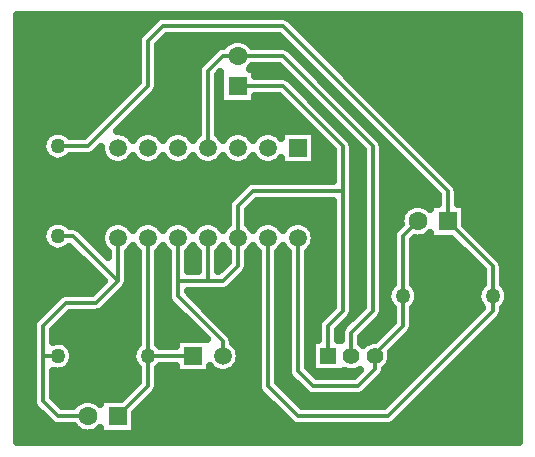
<source format=gtl>
G04 DipTrace 2.4.0.2*
%INTop.gtl*%
%MOIN*%
%ADD13C,0.013*%
%ADD14C,0.025*%
%ADD15R,0.0591X0.0591*%
%ADD16C,0.0591*%
%ADD17C,0.05*%
%ADD18C,0.05*%
%ADD19C,0.063*%
%ADD20R,0.063X0.063*%
%ADD21R,0.0551X0.0551*%
%ADD22C,0.0551*%
%FSLAX44Y44*%
G04*
G70*
G90*
G75*
G01*
%LNTop*%
%LPD*%
X10940Y6940D2*
D13*
Y7440D1*
X9440Y8940D1*
Y9440D1*
Y10877D1*
X10440D2*
Y9440D1*
X9440D1*
X14440Y6940D2*
Y7940D1*
X14940Y8440D1*
Y12440D1*
X11940D1*
X11440Y11940D1*
Y10877D1*
Y9940D1*
X10940Y9440D1*
X10440D1*
X14940Y12440D2*
Y13940D1*
X12940Y15940D1*
X11440D1*
X6440Y4940D2*
X5440D1*
X4940Y5440D1*
Y6940D1*
X5440D1*
X7440Y10877D2*
Y9440D1*
X6721Y8721D1*
X5721D1*
X4940Y7940D1*
Y6940D1*
X5440Y10940D2*
X5940D1*
X7440Y9440D1*
X8440Y6940D2*
Y10877D1*
X9940Y6940D2*
X8440D1*
Y5940D1*
X7440Y4940D1*
X16940Y8940D2*
Y10940D1*
X17440Y11440D1*
X16940Y8940D2*
Y7940D1*
X15940Y6940D1*
X16015D1*
X15227D2*
Y7727D1*
X15940Y8440D1*
Y13940D1*
X12940Y16940D1*
X11440D1*
X10940D1*
X10440Y16440D1*
Y13877D1*
X16015Y6940D2*
Y6515D1*
X15440Y5940D1*
X13940D1*
X13440Y6440D1*
Y10877D1*
X19940Y8940D2*
Y9940D1*
X18440Y11440D1*
X5440Y13940D2*
X6440D1*
X8440Y15940D1*
Y17440D1*
X8940Y17940D1*
X12940D1*
X18440Y12440D1*
Y11440D1*
X19940Y8940D2*
Y8440D1*
X16440Y4940D1*
X13440D1*
X12440Y5940D1*
Y10877D1*
X4090Y18066D2*
D14*
X8575D1*
X13305D2*
X20790D1*
X4090Y17818D2*
X8326D1*
X13554D2*
X20790D1*
X4090Y17569D2*
X8112D1*
X9060D2*
X12820D1*
X13803D2*
X20790D1*
X4090Y17320D2*
X8085D1*
X8812D2*
X10977D1*
X11903D2*
X13068D1*
X14051D2*
X20790D1*
X4090Y17072D2*
X8085D1*
X8795D2*
X10580D1*
X14300D2*
X20790D1*
X4090Y16823D2*
X8085D1*
X8795D2*
X10331D1*
X14549D2*
X20790D1*
X4090Y16574D2*
X8085D1*
X8795D2*
X10113D1*
X11915D2*
X12814D1*
X14797D2*
X20790D1*
X4090Y16325D2*
X8085D1*
X8795D2*
X10085D1*
X12045D2*
X13063D1*
X15046D2*
X20790D1*
X4090Y16077D2*
X8085D1*
X8795D2*
X10085D1*
X15295D2*
X20790D1*
X4090Y15828D2*
X7837D1*
X8775D2*
X10085D1*
X15543D2*
X20790D1*
X4090Y15579D2*
X7588D1*
X8571D2*
X10085D1*
X12045D2*
X12809D1*
X15792D2*
X20790D1*
X4090Y15331D2*
X7339D1*
X8322D2*
X10085D1*
X10795D2*
X13058D1*
X16041D2*
X20790D1*
X4090Y15082D2*
X7091D1*
X8074D2*
X10085D1*
X10795D2*
X13306D1*
X16289D2*
X20790D1*
X4090Y14833D2*
X6842D1*
X7825D2*
X10085D1*
X10795D2*
X13555D1*
X16538D2*
X20790D1*
X4090Y14585D2*
X6593D1*
X7576D2*
X10085D1*
X10795D2*
X13804D1*
X16787D2*
X20790D1*
X4090Y14336D2*
X5086D1*
X5794D2*
X6344D1*
X7787D2*
X8093D1*
X8787D2*
X9093D1*
X9787D2*
X10085D1*
X10795D2*
X11093D1*
X11787D2*
X12093D1*
X17036D2*
X20790D1*
X4090Y14087D2*
X4922D1*
X14025D2*
X14301D1*
X17284D2*
X20790D1*
X4090Y13839D2*
X4910D1*
X14025D2*
X14550D1*
X15295D2*
X15550D1*
X16295D2*
X16550D1*
X17533D2*
X20790D1*
X4090Y13590D2*
X5037D1*
X5843D2*
X6934D1*
X14025D2*
X14585D1*
X15295D2*
X15585D1*
X16295D2*
X16799D1*
X17782D2*
X20790D1*
X4090Y13341D2*
X7251D1*
X7629D2*
X8251D1*
X8629D2*
X9251D1*
X9629D2*
X10251D1*
X10629D2*
X11251D1*
X11629D2*
X12251D1*
X12629D2*
X12855D1*
X14025D2*
X14585D1*
X15295D2*
X15585D1*
X16295D2*
X17047D1*
X18030D2*
X20790D1*
X4090Y13093D2*
X14585D1*
X15295D2*
X15585D1*
X16295D2*
X17296D1*
X18279D2*
X20790D1*
X4090Y12844D2*
X14585D1*
X15295D2*
X15585D1*
X16295D2*
X17545D1*
X18528D2*
X20790D1*
X4090Y12595D2*
X11604D1*
X15295D2*
X15585D1*
X16295D2*
X17793D1*
X18756D2*
X20790D1*
X4090Y12346D2*
X11355D1*
X15295D2*
X15585D1*
X16295D2*
X18042D1*
X18795D2*
X20790D1*
X4090Y12098D2*
X11125D1*
X12089D2*
X14585D1*
X15295D2*
X15585D1*
X16295D2*
X18085D1*
X18795D2*
X20790D1*
X4090Y11849D2*
X11085D1*
X11841D2*
X14585D1*
X15295D2*
X15585D1*
X16295D2*
X17004D1*
X19045D2*
X20790D1*
X4090Y11600D2*
X11085D1*
X11795D2*
X14585D1*
X15295D2*
X15585D1*
X16295D2*
X16858D1*
X19045D2*
X20790D1*
X4090Y11352D2*
X5106D1*
X5774D2*
X7117D1*
X7763D2*
X8117D1*
X8763D2*
X9117D1*
X9763D2*
X10117D1*
X10763D2*
X11085D1*
X11795D2*
X12117D1*
X12763D2*
X13117D1*
X13763D2*
X14585D1*
X15295D2*
X15585D1*
X16295D2*
X16842D1*
X19045D2*
X20790D1*
X4090Y11103D2*
X4926D1*
X6268D2*
X6903D1*
X13977D2*
X14585D1*
X15295D2*
X15585D1*
X16295D2*
X16628D1*
X19268D2*
X20790D1*
X4090Y10854D2*
X4907D1*
X6517D2*
X6855D1*
X14025D2*
X14585D1*
X15295D2*
X15585D1*
X16295D2*
X16585D1*
X17346D2*
X18534D1*
X19517D2*
X20790D1*
X4090Y10606D2*
X5023D1*
X6766D2*
X6925D1*
X13955D2*
X14585D1*
X15295D2*
X15585D1*
X16295D2*
X16585D1*
X17295D2*
X18783D1*
X19766D2*
X20790D1*
X4090Y10357D2*
X6031D1*
X7795D2*
X8085D1*
X8795D2*
X9085D1*
X9795D2*
X10085D1*
X10795D2*
X11085D1*
X11795D2*
X12085D1*
X12795D2*
X13085D1*
X13795D2*
X14585D1*
X15295D2*
X15585D1*
X16295D2*
X16585D1*
X17295D2*
X19031D1*
X20015D2*
X20790D1*
X4090Y10108D2*
X6280D1*
X7795D2*
X8085D1*
X8795D2*
X9085D1*
X9795D2*
X10085D1*
X10795D2*
X11085D1*
X11795D2*
X12085D1*
X12795D2*
X13085D1*
X13795D2*
X14585D1*
X15295D2*
X15585D1*
X16295D2*
X16585D1*
X17295D2*
X19280D1*
X20248D2*
X20790D1*
X4090Y9860D2*
X6529D1*
X7795D2*
X8085D1*
X8795D2*
X9085D1*
X9795D2*
X10085D1*
X11785D2*
X12085D1*
X12795D2*
X13085D1*
X13795D2*
X14585D1*
X15295D2*
X15585D1*
X16295D2*
X16585D1*
X17295D2*
X19529D1*
X20295D2*
X20790D1*
X4090Y9611D2*
X6778D1*
X7795D2*
X8085D1*
X8795D2*
X9085D1*
X11602D2*
X12085D1*
X12795D2*
X13085D1*
X13795D2*
X14585D1*
X15295D2*
X15585D1*
X16295D2*
X16585D1*
X17295D2*
X19585D1*
X20295D2*
X20790D1*
X4090Y9362D2*
X6871D1*
X7786D2*
X8085D1*
X8795D2*
X9085D1*
X11354D2*
X12085D1*
X12795D2*
X13085D1*
X13795D2*
X14585D1*
X15295D2*
X15585D1*
X16295D2*
X16585D1*
X17295D2*
X19585D1*
X20295D2*
X20790D1*
X4090Y9114D2*
X6622D1*
X7605D2*
X8085D1*
X8795D2*
X9085D1*
X11012D2*
X12085D1*
X12795D2*
X13085D1*
X13795D2*
X14585D1*
X15295D2*
X15585D1*
X16295D2*
X16430D1*
X17450D2*
X19430D1*
X20450D2*
X20790D1*
X4090Y8865D2*
X5373D1*
X7356D2*
X8085D1*
X8795D2*
X9094D1*
X10007D2*
X12085D1*
X12795D2*
X13085D1*
X13795D2*
X14585D1*
X15295D2*
X15585D1*
X16295D2*
X16405D1*
X17475D2*
X19405D1*
X20475D2*
X20790D1*
X4090Y8616D2*
X5125D1*
X7108D2*
X8085D1*
X8795D2*
X9272D1*
X10255D2*
X12085D1*
X12795D2*
X13085D1*
X13795D2*
X14585D1*
X15295D2*
X15585D1*
X16295D2*
X16514D1*
X17366D2*
X19514D1*
X20366D2*
X20790D1*
X4090Y8367D2*
X4876D1*
X5859D2*
X8085D1*
X8795D2*
X9521D1*
X10504D2*
X12085D1*
X12795D2*
X13085D1*
X13795D2*
X14376D1*
X15287D2*
X15376D1*
X16287D2*
X16585D1*
X17295D2*
X19376D1*
X20287D2*
X20790D1*
X4090Y8119D2*
X4638D1*
X5610D2*
X8085D1*
X8795D2*
X9770D1*
X10753D2*
X12085D1*
X12795D2*
X13085D1*
X13795D2*
X14138D1*
X16110D2*
X16585D1*
X17295D2*
X19127D1*
X20110D2*
X20790D1*
X4090Y7870D2*
X4585D1*
X5362D2*
X8085D1*
X8795D2*
X10018D1*
X11001D2*
X12085D1*
X12795D2*
X13085D1*
X13795D2*
X14085D1*
X15862D2*
X16379D1*
X17288D2*
X18879D1*
X19862D2*
X20790D1*
X4090Y7621D2*
X4585D1*
X5295D2*
X8085D1*
X8795D2*
X10267D1*
X11241D2*
X12085D1*
X12795D2*
X13085D1*
X13795D2*
X14085D1*
X14795D2*
X14873D1*
X15613D2*
X16130D1*
X17113D2*
X18630D1*
X19613D2*
X20790D1*
X4090Y7373D2*
X4585D1*
X5744D2*
X8085D1*
X8795D2*
X9355D1*
X11321D2*
X12085D1*
X12795D2*
X13085D1*
X13795D2*
X13874D1*
X15582D2*
X15666D1*
X16864D2*
X18381D1*
X19364D2*
X20790D1*
X4090Y7124D2*
X4585D1*
X5946D2*
X7934D1*
X11494D2*
X12085D1*
X12795D2*
X13085D1*
X13795D2*
X13874D1*
X16616D2*
X18133D1*
X19116D2*
X20790D1*
X4090Y6875D2*
X4585D1*
X5976D2*
X7904D1*
X11521D2*
X12085D1*
X12795D2*
X13085D1*
X13795D2*
X13874D1*
X16577D2*
X17884D1*
X18867D2*
X20790D1*
X4090Y6627D2*
X4585D1*
X5874D2*
X8006D1*
X11430D2*
X12085D1*
X12795D2*
X13085D1*
X13795D2*
X13874D1*
X16480D2*
X17635D1*
X18618D2*
X20790D1*
X4090Y6378D2*
X4585D1*
X5295D2*
X8085D1*
X8795D2*
X12085D1*
X12795D2*
X13091D1*
X13994D2*
X15386D1*
X16340D2*
X17386D1*
X18370D2*
X20790D1*
X4090Y6129D2*
X4585D1*
X5295D2*
X8085D1*
X8795D2*
X12085D1*
X12795D2*
X13259D1*
X16121D2*
X17138D1*
X18121D2*
X20790D1*
X4090Y5881D2*
X4585D1*
X5295D2*
X7889D1*
X8789D2*
X12091D1*
X12991D2*
X13508D1*
X15872D2*
X16889D1*
X17872D2*
X20790D1*
X4090Y5632D2*
X4585D1*
X5295D2*
X7640D1*
X8623D2*
X12257D1*
X13240D2*
X13797D1*
X15583D2*
X16640D1*
X17623D2*
X20790D1*
X4090Y5383D2*
X4590D1*
X5488D2*
X6041D1*
X8375D2*
X12505D1*
X13488D2*
X16392D1*
X17375D2*
X20790D1*
X4090Y5135D2*
X4754D1*
X8126D2*
X12754D1*
X17126D2*
X20790D1*
X4090Y4886D2*
X5003D1*
X8045D2*
X13003D1*
X16877D2*
X20790D1*
X4090Y4637D2*
X5284D1*
X8045D2*
X13284D1*
X16596D2*
X20790D1*
X4090Y4388D2*
X6236D1*
X6644D2*
X6835D1*
X8045D2*
X20790D1*
X4090Y4140D2*
X20790D1*
X9505Y7500D2*
X10413D1*
X9189Y8726D1*
X9146Y8790D1*
X9119Y8863D1*
X9110Y8940D1*
Y8943D1*
Y10424D1*
X9044Y10481D1*
X8987Y10548D1*
X8940Y10624D1*
X8893Y10548D1*
X8836Y10481D1*
X8770Y10424D1*
Y7335D1*
X8835Y7270D1*
X9380D1*
Y7500D1*
X9505D1*
X10500Y6593D2*
Y6380D1*
X9380D1*
Y6610D1*
X8835D1*
X8774Y6548D1*
X8770Y6545D1*
X8769Y5914D1*
X8754Y5838D1*
X8721Y5768D1*
X8673Y5707D1*
X8671Y5704D1*
X8020Y5053D1*
Y4360D1*
X6860D1*
Y4540D1*
X6781Y4471D1*
X6703Y4423D1*
X6619Y4388D1*
X6531Y4367D1*
X6440Y4360D1*
X6349Y4367D1*
X6261Y4388D1*
X6177Y4423D1*
X6099Y4471D1*
X6030Y4530D1*
X5971Y4599D1*
X5963Y4610D1*
X5414Y4611D1*
X5338Y4626D1*
X5268Y4659D1*
X5207Y4707D1*
X5204Y4709D1*
X4689Y5226D1*
X4646Y5290D1*
X4619Y5363D1*
X4610Y5440D1*
Y5443D1*
X4611Y7966D1*
X4626Y8042D1*
X4659Y8112D1*
X4707Y8173D1*
X4709Y8176D1*
X5507Y8972D1*
X5572Y9015D1*
X5644Y9042D1*
X5721Y9051D1*
X5725D1*
X6585D1*
X6973Y9440D1*
X5820Y10593D1*
X5774Y10548D1*
X5709Y10501D1*
X5637Y10464D1*
X5560Y10439D1*
X5480Y10427D1*
X5400D1*
X5320Y10439D1*
X5243Y10464D1*
X5171Y10501D1*
X5106Y10548D1*
X5048Y10606D1*
X5001Y10671D1*
X4964Y10743D1*
X4939Y10820D1*
X4927Y10900D1*
Y10980D1*
X4939Y11060D1*
X4964Y11137D1*
X5001Y11209D1*
X5048Y11274D1*
X5106Y11332D1*
X5171Y11379D1*
X5243Y11416D1*
X5320Y11441D1*
X5400Y11453D1*
X5480D1*
X5560Y11441D1*
X5637Y11416D1*
X5709Y11379D1*
X5774Y11332D1*
X5835Y11270D1*
X5966Y11269D1*
X6042Y11254D1*
X6112Y11221D1*
X6173Y11173D1*
X6176Y11171D1*
X7110Y10237D1*
Y10424D1*
X7044Y10481D1*
X6987Y10548D1*
X6941Y10623D1*
X6907Y10704D1*
X6887Y10789D1*
X6880Y10877D1*
X6887Y10965D1*
X6907Y11050D1*
X6941Y11131D1*
X6987Y11206D1*
X7044Y11273D1*
X7111Y11330D1*
X7186Y11376D1*
X7267Y11410D1*
X7352Y11430D1*
X7440Y11437D1*
X7528Y11430D1*
X7613Y11410D1*
X7694Y11376D1*
X7769Y11330D1*
X7836Y11273D1*
X7893Y11206D1*
X7940Y11130D1*
X7987Y11206D1*
X8044Y11273D1*
X8111Y11330D1*
X8186Y11376D1*
X8267Y11410D1*
X8352Y11430D1*
X8440Y11437D1*
X8528Y11430D1*
X8613Y11410D1*
X8694Y11376D1*
X8769Y11330D1*
X8836Y11273D1*
X8893Y11206D1*
X8940Y11130D1*
X8987Y11206D1*
X9044Y11273D1*
X9111Y11330D1*
X9186Y11376D1*
X9267Y11410D1*
X9352Y11430D1*
X9440Y11437D1*
X9528Y11430D1*
X9613Y11410D1*
X9694Y11376D1*
X9769Y11330D1*
X9836Y11273D1*
X9893Y11206D1*
X9940Y11130D1*
X9987Y11206D1*
X10044Y11273D1*
X10111Y11330D1*
X10186Y11376D1*
X10267Y11410D1*
X10352Y11430D1*
X10440Y11437D1*
X10528Y11430D1*
X10613Y11410D1*
X10694Y11376D1*
X10769Y11330D1*
X10836Y11273D1*
X10893Y11206D1*
X10940Y11130D1*
X10987Y11206D1*
X11044Y11273D1*
X11110Y11330D1*
X11111Y11966D1*
X11126Y12042D1*
X11159Y12112D1*
X11207Y12173D1*
X11209Y12176D1*
X11726Y12691D1*
X11790Y12734D1*
X11863Y12761D1*
X11940Y12770D1*
X11943D1*
X14610D1*
Y13804D1*
X14001Y14413D1*
X14000Y13317D1*
X12880D1*
Y13530D1*
X12836Y13481D1*
X12769Y13424D1*
X12694Y13378D1*
X12613Y13344D1*
X12528Y13324D1*
X12440Y13317D1*
X12352Y13324D1*
X12267Y13344D1*
X12186Y13378D1*
X12111Y13424D1*
X12044Y13481D1*
X11987Y13548D1*
X11940Y13624D1*
X11893Y13548D1*
X11836Y13481D1*
X11769Y13424D1*
X11694Y13378D1*
X11613Y13344D1*
X11528Y13324D1*
X11440Y13317D1*
X11352Y13324D1*
X11267Y13344D1*
X11186Y13378D1*
X11111Y13424D1*
X11044Y13481D1*
X10987Y13548D1*
X10940Y13624D1*
X10893Y13548D1*
X10836Y13481D1*
X10769Y13424D1*
X10694Y13378D1*
X10613Y13344D1*
X10528Y13324D1*
X10440Y13317D1*
X10352Y13324D1*
X10267Y13344D1*
X10186Y13378D1*
X10111Y13424D1*
X10044Y13481D1*
X9987Y13548D1*
X9940Y13624D1*
X9893Y13548D1*
X9836Y13481D1*
X9769Y13424D1*
X9694Y13378D1*
X9613Y13344D1*
X9528Y13324D1*
X9440Y13317D1*
X9352Y13324D1*
X9267Y13344D1*
X9186Y13378D1*
X9111Y13424D1*
X9044Y13481D1*
X8987Y13548D1*
X8940Y13624D1*
X8893Y13548D1*
X8836Y13481D1*
X8769Y13424D1*
X8694Y13378D1*
X8613Y13344D1*
X8528Y13324D1*
X8440Y13317D1*
X8352Y13324D1*
X8267Y13344D1*
X8186Y13378D1*
X8111Y13424D1*
X8044Y13481D1*
X7987Y13548D1*
X7940Y13624D1*
X7893Y13548D1*
X7836Y13481D1*
X7769Y13424D1*
X7694Y13378D1*
X7613Y13344D1*
X7528Y13324D1*
X7440Y13317D1*
X7352Y13324D1*
X7267Y13344D1*
X7186Y13378D1*
X7111Y13424D1*
X7044Y13481D1*
X6987Y13548D1*
X6941Y13623D1*
X6907Y13704D1*
X6887Y13789D1*
X6880Y13877D1*
X6881Y13915D1*
X6654Y13689D1*
X6590Y13646D1*
X6517Y13619D1*
X6440Y13610D1*
X6437D1*
X5835D1*
X5774Y13548D1*
X5709Y13501D1*
X5637Y13464D1*
X5560Y13439D1*
X5480Y13427D1*
X5400D1*
X5320Y13439D1*
X5243Y13464D1*
X5171Y13501D1*
X5106Y13548D1*
X5048Y13606D1*
X5001Y13671D1*
X4964Y13743D1*
X4939Y13820D1*
X4927Y13900D1*
Y13980D1*
X4939Y14060D1*
X4964Y14137D1*
X5001Y14209D1*
X5048Y14274D1*
X5106Y14332D1*
X5171Y14379D1*
X5243Y14416D1*
X5320Y14441D1*
X5400Y14453D1*
X5480D1*
X5560Y14441D1*
X5637Y14416D1*
X5709Y14379D1*
X5774Y14332D1*
X5835Y14270D1*
X6304D1*
X8110Y16077D1*
X8111Y17466D1*
X8126Y17542D1*
X8159Y17612D1*
X8207Y17673D1*
X8209Y17676D1*
X8726Y18191D1*
X8790Y18234D1*
X8863Y18261D1*
X8940Y18270D1*
X8943D1*
X12966Y18269D1*
X13042Y18254D1*
X13112Y18221D1*
X13173Y18173D1*
X13176Y18171D1*
X18691Y12654D1*
X18734Y12590D1*
X18761Y12517D1*
X18770Y12440D1*
Y12437D1*
Y12020D1*
X19020D1*
Y11326D1*
X20191Y10154D1*
X20234Y10090D1*
X20261Y10017D1*
X20270Y9940D1*
Y9937D1*
Y9335D1*
X20332Y9274D1*
X20379Y9209D1*
X20416Y9137D1*
X20441Y9060D1*
X20453Y8980D1*
Y8900D1*
X20441Y8820D1*
X20416Y8743D1*
X20379Y8671D1*
X20332Y8606D1*
X20270Y8545D1*
X20269Y8414D1*
X20254Y8338D1*
X20221Y8268D1*
X20173Y8207D1*
X20171Y8204D1*
X16654Y4689D1*
X16590Y4646D1*
X16517Y4619D1*
X16440Y4610D1*
X16437D1*
X13414Y4611D1*
X13338Y4626D1*
X13268Y4659D1*
X13207Y4707D1*
X13204Y4709D1*
X12189Y5726D1*
X12146Y5790D1*
X12119Y5863D1*
X12110Y5940D1*
Y5943D1*
Y10424D1*
X12044Y10481D1*
X11987Y10548D1*
X11940Y10624D1*
X11893Y10548D1*
X11836Y10481D1*
X11770Y10424D1*
X11769Y9914D1*
X11754Y9838D1*
X11721Y9768D1*
X11673Y9707D1*
X11671Y9704D1*
X11154Y9189D1*
X11090Y9146D1*
X11017Y9119D1*
X10940Y9110D1*
X10937D1*
X9770D1*
X9850Y8997D1*
X11191Y7654D1*
X11234Y7590D1*
X11261Y7517D1*
X11270Y7440D1*
Y7437D1*
Y7393D1*
X11336Y7336D1*
X11393Y7269D1*
X11439Y7194D1*
X11473Y7113D1*
X11493Y7028D1*
X11500Y6940D1*
X11493Y6852D1*
X11473Y6767D1*
X11439Y6686D1*
X11393Y6611D1*
X11336Y6544D1*
X11269Y6487D1*
X11194Y6441D1*
X11113Y6407D1*
X11028Y6387D1*
X10940Y6380D1*
X10852Y6387D1*
X10767Y6407D1*
X10686Y6441D1*
X10611Y6487D1*
X10544Y6544D1*
X10500Y6594D1*
X13005Y14437D2*
X13976D1*
X12803Y15610D1*
X12020D1*
Y15360D1*
X10860D1*
Y16394D1*
X10770Y16303D1*
Y14330D1*
X10836Y14273D1*
X10893Y14206D1*
X10940Y14130D1*
X10987Y14206D1*
X11044Y14273D1*
X11111Y14330D1*
X11186Y14376D1*
X11267Y14410D1*
X11352Y14430D1*
X11440Y14437D1*
X11528Y14430D1*
X11613Y14410D1*
X11694Y14376D1*
X11769Y14330D1*
X11836Y14273D1*
X11893Y14206D1*
X11940Y14130D1*
X11987Y14206D1*
X12044Y14273D1*
X12111Y14330D1*
X12186Y14376D1*
X12267Y14410D1*
X12352Y14430D1*
X12440Y14437D1*
X12528Y14430D1*
X12613Y14410D1*
X12694Y14376D1*
X12769Y14330D1*
X12836Y14273D1*
X12880Y14223D1*
Y14437D1*
X13005D1*
X9940Y14130D2*
X9987Y14206D1*
X10044Y14273D1*
X10110Y14330D1*
X10111Y16466D1*
X10126Y16542D1*
X10159Y16612D1*
X10207Y16673D1*
X10209Y16676D1*
X10726Y17191D1*
X10790Y17234D1*
X10863Y17261D1*
X10940Y17270D1*
X10943D1*
X10963D1*
X11030Y17350D1*
X11099Y17409D1*
X11177Y17457D1*
X11261Y17492D1*
X11349Y17513D1*
X11440Y17520D1*
X11531Y17513D1*
X11619Y17492D1*
X11703Y17457D1*
X11781Y17409D1*
X11850Y17350D1*
X11909Y17281D1*
X11917Y17270D1*
X12966Y17269D1*
X13042Y17254D1*
X13112Y17221D1*
X13173Y17173D1*
X13176Y17171D1*
X16191Y14154D1*
X16234Y14090D1*
X16261Y14017D1*
X16270Y13940D1*
Y13937D1*
X16269Y8414D1*
X16254Y8338D1*
X16221Y8268D1*
X16173Y8207D1*
X16171Y8204D1*
X15557Y7590D1*
Y7369D1*
X15621Y7310D1*
X15697Y7377D1*
X15769Y7422D1*
X15848Y7454D1*
X15930Y7474D1*
X16014Y7481D1*
X16610Y8077D1*
Y8545D1*
X16548Y8606D1*
X16501Y8671D1*
X16464Y8743D1*
X16439Y8820D1*
X16427Y8900D1*
Y8980D1*
X16439Y9060D1*
X16464Y9137D1*
X16501Y9209D1*
X16548Y9274D1*
X16610Y9335D1*
X16611Y10966D1*
X16626Y11042D1*
X16659Y11112D1*
X16707Y11173D1*
X16709Y11176D1*
X16869Y11336D1*
X16860Y11440D1*
X16867Y11531D1*
X16888Y11619D1*
X16923Y11703D1*
X16971Y11781D1*
X17030Y11850D1*
X17099Y11909D1*
X17177Y11957D1*
X17261Y11992D1*
X17349Y12013D1*
X17440Y12020D1*
X17531Y12013D1*
X17619Y11992D1*
X17703Y11957D1*
X17781Y11909D1*
X17850Y11850D1*
X17860Y11839D1*
Y12020D1*
X18111D1*
X18110Y12304D1*
X12803Y17610D1*
X9076D1*
X8770Y17303D1*
X8769Y15914D1*
X8754Y15838D1*
X8721Y15768D1*
X8673Y15707D1*
X8671Y15704D1*
X7402Y14436D1*
X7484D1*
X7571Y14422D1*
X7654Y14395D1*
X7733Y14355D1*
X7804Y14303D1*
X7866Y14241D1*
X7918Y14170D1*
X7941Y14131D1*
X7987Y14206D1*
X8044Y14273D1*
X8111Y14330D1*
X8186Y14376D1*
X8267Y14410D1*
X8352Y14430D1*
X8440Y14437D1*
X8528Y14430D1*
X8613Y14410D1*
X8694Y14376D1*
X8769Y14330D1*
X8836Y14273D1*
X8893Y14206D1*
X8940Y14130D1*
X8987Y14206D1*
X9044Y14273D1*
X9111Y14330D1*
X9186Y14376D1*
X9267Y14410D1*
X9352Y14430D1*
X9440Y14437D1*
X9528Y14430D1*
X9613Y14410D1*
X9694Y14376D1*
X9769Y14330D1*
X9836Y14273D1*
X9893Y14206D1*
X9940Y14130D1*
X7940Y10624D2*
X7893Y10548D1*
X7836Y10481D1*
X7770Y10424D1*
X7769Y9414D1*
X7754Y9338D1*
X7721Y9268D1*
X7673Y9207D1*
X7671Y9204D1*
X6936Y8470D1*
X6871Y8427D1*
X6798Y8401D1*
X6721Y8391D1*
X6718Y8392D1*
X5858Y8391D1*
X5270Y7803D1*
Y7426D1*
X5359Y7449D1*
X5440Y7455D1*
X5521Y7449D1*
X5599Y7430D1*
X5674Y7399D1*
X5743Y7357D1*
X5804Y7304D1*
X5857Y7243D1*
X5899Y7174D1*
X5930Y7099D1*
X5949Y7021D1*
X5955Y6940D1*
X5949Y6859D1*
X5930Y6781D1*
X5899Y6706D1*
X5857Y6637D1*
X5804Y6576D1*
X5743Y6523D1*
X5674Y6481D1*
X5599Y6450D1*
X5521Y6431D1*
X5440Y6425D1*
X5359Y6431D1*
X5270Y6454D1*
Y5576D1*
X5577Y5270D1*
X5963D1*
X6030Y5350D1*
X6099Y5409D1*
X6177Y5457D1*
X6261Y5492D1*
X6349Y5513D1*
X6440Y5520D1*
X6531Y5513D1*
X6619Y5492D1*
X6703Y5457D1*
X6781Y5409D1*
X6850Y5350D1*
X6860Y5339D1*
Y5520D1*
X7554D1*
X8110Y6077D1*
Y6545D1*
X8048Y6606D1*
X8001Y6671D1*
X7964Y6743D1*
X7939Y6820D1*
X7927Y6900D1*
Y6980D1*
X7939Y7060D1*
X7964Y7137D1*
X8001Y7209D1*
X8048Y7274D1*
X8110Y7335D1*
Y10424D1*
X8044Y10481D1*
X7987Y10548D1*
X7940Y10624D1*
X9940D2*
X9893Y10548D1*
X9836Y10481D1*
X9770Y10424D1*
Y9770D1*
X10110D1*
Y10424D1*
X10044Y10481D1*
X9987Y10548D1*
X9940Y10624D1*
X10940D2*
X10893Y10548D1*
X10836Y10481D1*
X10770Y10424D1*
Y9770D1*
X10883Y9850D1*
X11110Y10077D1*
Y10424D1*
X11044Y10481D1*
X10987Y10548D1*
X10940Y10624D1*
X11770Y11330D2*
X11836Y11273D1*
X11893Y11206D1*
X11940Y11130D1*
X11987Y11206D1*
X12044Y11273D1*
X12111Y11330D1*
X12186Y11376D1*
X12267Y11410D1*
X12352Y11430D1*
X12440Y11437D1*
X12528Y11430D1*
X12613Y11410D1*
X12694Y11376D1*
X12769Y11330D1*
X12836Y11273D1*
X12893Y11206D1*
X12940Y11130D1*
X12987Y11206D1*
X13044Y11273D1*
X13111Y11330D1*
X13186Y11376D1*
X13267Y11410D1*
X13352Y11430D1*
X13440Y11437D1*
X13528Y11430D1*
X13613Y11410D1*
X13694Y11376D1*
X13769Y11330D1*
X13836Y11273D1*
X13893Y11206D1*
X13939Y11131D1*
X13973Y11050D1*
X13993Y10965D1*
X14000Y10877D1*
X13993Y10789D1*
X13973Y10704D1*
X13939Y10623D1*
X13893Y10548D1*
X13836Y10481D1*
X13770Y10424D1*
Y6577D1*
X13899Y6447D1*
Y7481D1*
X14110D1*
X14111Y7966D1*
X14126Y8042D1*
X14159Y8112D1*
X14207Y8173D1*
X14209Y8176D1*
X14610Y8577D1*
Y12110D1*
X12076D1*
X11770Y11803D1*
Y11330D1*
X12940Y10624D2*
X12893Y10548D1*
X12836Y10481D1*
X12770Y10424D1*
Y6077D1*
X13577Y5270D1*
X16304D1*
X19593Y8559D1*
X19548Y8606D1*
X19501Y8671D1*
X19464Y8743D1*
X19439Y8820D1*
X19427Y8900D1*
Y8980D1*
X19439Y9060D1*
X19464Y9137D1*
X19501Y9209D1*
X19548Y9274D1*
X19610Y9335D1*
Y9804D1*
X18553Y10860D1*
X17860D1*
Y11040D1*
X17781Y10971D1*
X17703Y10923D1*
X17619Y10888D1*
X17531Y10867D1*
X17440Y10860D1*
X17349Y10867D1*
X17336Y10870D1*
X17270Y10803D1*
Y9335D1*
X17332Y9274D1*
X17379Y9209D1*
X17416Y9137D1*
X17441Y9060D1*
X17453Y8980D1*
Y8900D1*
X17441Y8820D1*
X17416Y8743D1*
X17379Y8671D1*
X17332Y8606D1*
X17270Y8545D1*
X17269Y7914D1*
X17254Y7838D1*
X17221Y7768D1*
X17173Y7707D1*
X17171Y7704D1*
X16539Y7072D1*
X16554Y6982D1*
Y6898D1*
X16540Y6814D1*
X16514Y6733D1*
X16476Y6658D1*
X16426Y6589D1*
X16366Y6529D1*
X16345Y6512D1*
X16336Y6438D1*
X16309Y6365D1*
X16266Y6301D1*
X15673Y5707D1*
X15612Y5659D1*
X15542Y5626D1*
X15466Y5611D1*
X14315Y5610D1*
X13914Y5611D1*
X13838Y5626D1*
X13768Y5659D1*
X13707Y5707D1*
X13704Y5709D1*
X13189Y6226D1*
X13146Y6290D1*
X13119Y6363D1*
X13110Y6440D1*
Y6443D1*
Y10424D1*
X13044Y10481D1*
X12987Y10548D1*
X12940Y10624D1*
X11917Y16610D2*
X11881Y16563D1*
X11839Y16520D1*
X12020D1*
Y16269D1*
X12966D1*
X13042Y16254D1*
X13112Y16221D1*
X13173Y16173D1*
X13176Y16171D1*
X15191Y14154D1*
X15234Y14090D1*
X15261Y14017D1*
X15270Y13940D1*
Y13937D1*
X15269Y8414D1*
X15254Y8338D1*
X15221Y8268D1*
X15173Y8207D1*
X15171Y8204D1*
X14770Y7803D1*
Y7481D1*
X14898D1*
Y7753D1*
X14914Y7829D1*
X14946Y7900D1*
X14994Y7961D1*
X14997Y7963D1*
X15610Y8577D1*
Y13804D1*
X12803Y16610D1*
X11917D1*
X14981Y6459D2*
Y6399D1*
X13947D1*
X14077Y6270D1*
X15304D1*
X15510Y6479D1*
X15434Y6441D1*
X15354Y6414D1*
X15270Y6401D1*
X15185D1*
X15101Y6414D1*
X15021Y6441D1*
X14981Y6459D1*
X20690Y18315D2*
X4065D1*
Y4065D1*
X20815D1*
Y18315D1*
X20690D1*
D15*
X9940Y6940D3*
D16*
X10940D3*
D15*
X13440Y13877D3*
D16*
X12440D3*
X11440D3*
X10440D3*
X9440D3*
X8440D3*
X7440D3*
Y10877D3*
X8440D3*
X9440D3*
X10440D3*
X11440D3*
X12440D3*
X13440D3*
D17*
X5440Y6940D3*
D18*
X8440D3*
D19*
X11440Y16940D3*
D20*
Y15940D3*
D17*
X16940Y8940D3*
D18*
X19940D3*
D17*
X5440Y13940D3*
D18*
Y10940D3*
D19*
X6440Y4940D3*
D20*
X7440D3*
D19*
X17440Y11440D3*
D20*
X18440D3*
D21*
X14440Y6940D3*
D22*
X15227D3*
X16015D3*
M02*

</source>
